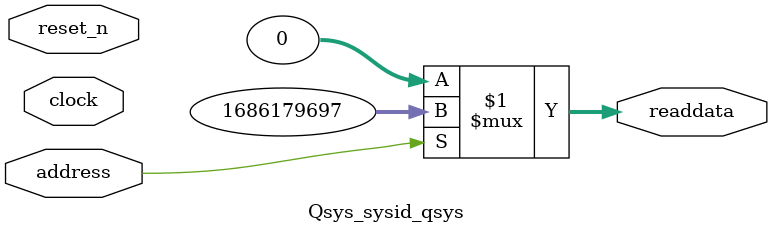
<source format=v>



// synthesis translate_off
`timescale 1ns / 1ps
// synthesis translate_on

// turn off superfluous verilog processor warnings 
// altera message_level Level1 
// altera message_off 10034 10035 10036 10037 10230 10240 10030 

module Qsys_sysid_qsys (
               // inputs:
                address,
                clock,
                reset_n,

               // outputs:
                readdata
             )
;

  output  [ 31: 0] readdata;
  input            address;
  input            clock;
  input            reset_n;

  wire    [ 31: 0] readdata;
  //control_slave, which is an e_avalon_slave
  assign readdata = address ? 1686179697 : 0;

endmodule



</source>
